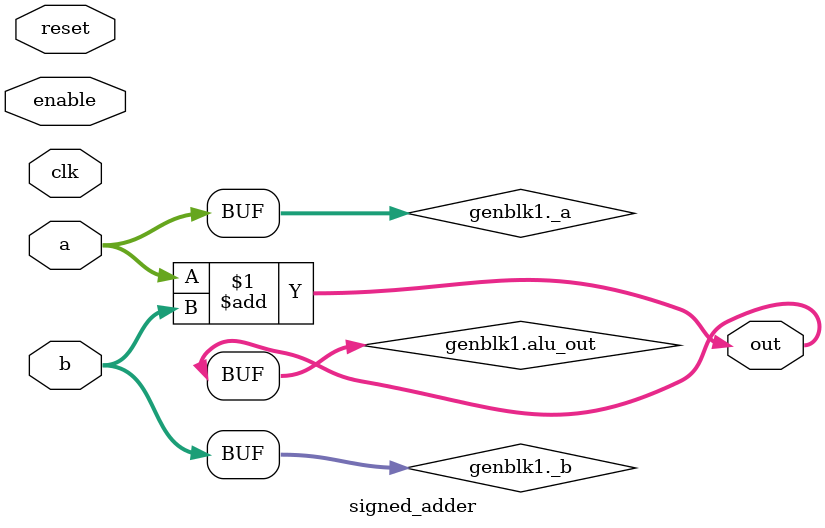
<source format=v>

`timescale 1ns/1ps
module signed_adder #(
    parameter integer  DTYPE                        = "FXP",
    parameter          REGISTER_OUTPUT              = "FALSE",
    parameter integer  IN1_WIDTH                    = 20,
    parameter integer  IN2_WIDTH                    = 32,
    parameter integer  OUT_WIDTH                    = 32
) (
    input  wire                                         clk,
    input  wire                                         reset,
    input  wire                                         enable,
    input  wire  [ IN1_WIDTH            -1 : 0 ]        a,
    input  wire  [ IN2_WIDTH            -1 : 0 ]        b,
    output wire  [ OUT_WIDTH            -1 : 0 ]        out
  );

  generate
	  
    if (DTYPE == "FXP") begin
      wire signed [ IN1_WIDTH-1:0] _a;
      wire signed [ IN2_WIDTH-1:0] _b;
      wire signed [ OUT_WIDTH-1:0] alu_out;
      assign _a = a;
      assign _b = b;
      assign alu_out = _a + _b;
	    
      if (REGISTER_OUTPUT == "TRUE") begin
        reg [OUT_WIDTH-1:0] _alu_out;
        always @(posedge clk)
        begin
          if (reset)
              _alu_out <= 0;
          else begin
            if (enable)
              _alu_out <= alu_out;
          end
        end
        assign out = _alu_out;
        
      end else
        assign out = alu_out;
    end
    
    else if (DTYPE == "FP32") begin
      fp32_add add (
        .clk                            ( clk                            ),
        .a                              ( a                              ),
        .b                              ( b                              ),
        .result                         ( out                            )
        );
    end
    else if (DTYPE == "FP16") begin
      fp_mixed_add add (
        .clk                            ( clk                            ),
        .a                              ( a                              ),
        .b                              ( b                              ),
        .result                         ( out                            )
        );
    end
  endgenerate

endmodule

</source>
